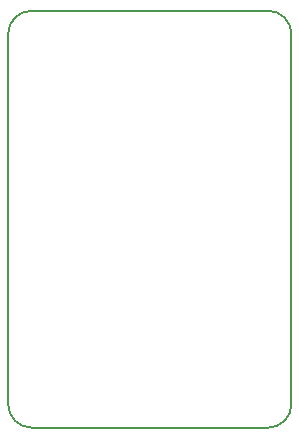
<source format=gbr>
G04 #@! TF.GenerationSoftware,KiCad,Pcbnew,5.1.4-e60b266~84~ubuntu19.04.1*
G04 #@! TF.CreationDate,2019-08-10T11:02:08+03:00*
G04 #@! TF.ProjectId,BRK-SSOP-18-6x7.4-P0.8,42524b2d-5353-44f5-902d-31382d367837,v1.1*
G04 #@! TF.SameCoordinates,Original*
G04 #@! TF.FileFunction,Legend,Bot*
G04 #@! TF.FilePolarity,Positive*
%FSLAX46Y46*%
G04 Gerber Fmt 4.6, Leading zero omitted, Abs format (unit mm)*
G04 Created by KiCad (PCBNEW 5.1.4-e60b266~84~ubuntu19.04.1) date 2019-08-10 11:02:08*
%MOMM*%
%LPD*%
G04 APERTURE LIST*
%ADD10C,0.150000*%
G04 APERTURE END LIST*
D10*
X53000000Y-83300000D02*
G75*
G02X51000000Y-81300000I0J2000000D01*
G01*
X75000000Y-81300000D02*
G75*
G02X73000000Y-83300000I-2000000J0D01*
G01*
X73000000Y-48000000D02*
G75*
G02X75000000Y-50000000I0J-2000000D01*
G01*
X51000000Y-50000000D02*
G75*
G02X53000000Y-48000000I2000000J0D01*
G01*
X73000000Y-83300000D02*
X53000000Y-83300000D01*
X75000000Y-50000000D02*
X75000000Y-81300000D01*
X53000000Y-48000000D02*
X73000000Y-48000000D01*
X51000000Y-81300000D02*
X51000000Y-50000000D01*
M02*

</source>
